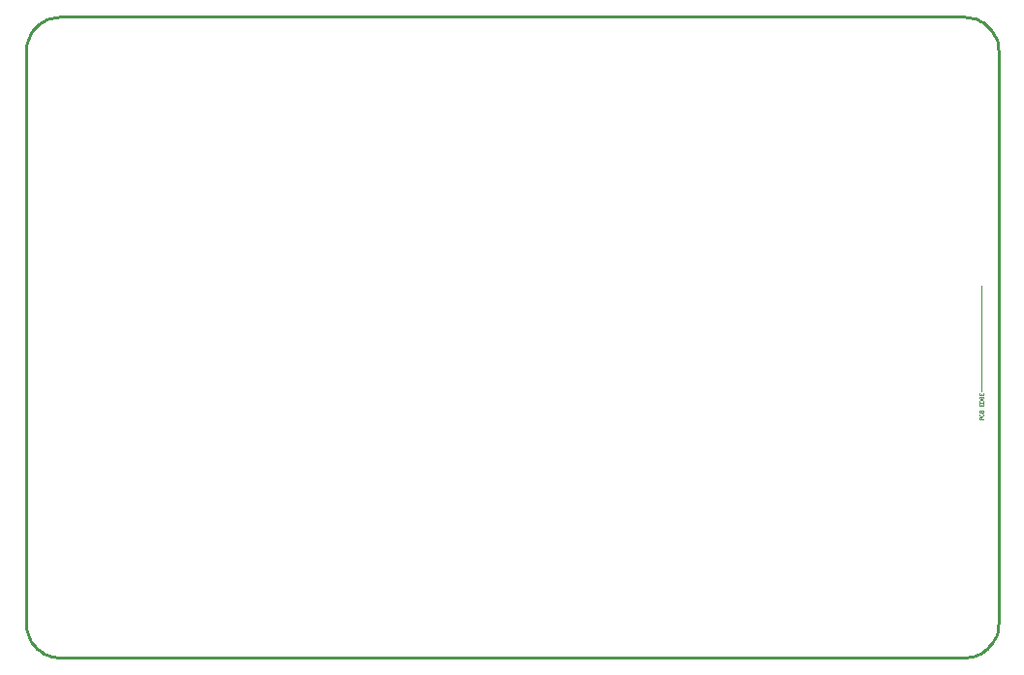
<source format=gm1>
G04*
G04 #@! TF.GenerationSoftware,Altium Limited,Altium Designer,22.11.1 (43)*
G04*
G04 Layer_Color=16711935*
%FSLAX25Y25*%
%MOIN*%
G70*
G04*
G04 #@! TF.SameCoordinates,C353F027-9E8A-41FA-9674-E24DC2C26849*
G04*
G04*
G04 #@! TF.FilePolarity,Positive*
G04*
G01*
G75*
%ADD13C,0.01000*%
%ADD79C,0.00394*%
D13*
X167323Y98425D02*
X167282Y99401D01*
X167162Y100369D01*
X166961Y101325D01*
X166683Y102260D01*
X166328Y103170D01*
X165899Y104047D01*
X165400Y104885D01*
X164832Y105680D01*
X164201Y106425D01*
X163511Y107115D01*
X162766Y107746D01*
X161972Y108313D01*
X161133Y108813D01*
X160256Y109241D01*
X159347Y109596D01*
X158411Y109875D01*
X157456Y110075D01*
X156487Y110196D01*
X155512Y110236D01*
Y-110236D02*
X156487Y-110196D01*
X157456Y-110075D01*
X158411Y-109875D01*
X159347Y-109596D01*
X160256Y-109241D01*
X161133Y-108813D01*
X161972Y-108313D01*
X162766Y-107746D01*
X163511Y-107115D01*
X164201Y-106425D01*
X164832Y-105680D01*
X165400Y-104885D01*
X165899Y-104047D01*
X166328Y-103170D01*
X166683Y-102260D01*
X166961Y-101325D01*
X167162Y-100369D01*
X167282Y-99401D01*
X167323Y-98425D01*
X-155512Y110236D02*
X-156487Y110196D01*
X-157456Y110075D01*
X-158411Y109875D01*
X-159347Y109596D01*
X-160256Y109241D01*
X-161133Y108813D01*
X-161972Y108313D01*
X-162766Y107746D01*
X-163511Y107115D01*
X-164201Y106425D01*
X-164832Y105680D01*
X-165400Y104885D01*
X-165899Y104047D01*
X-166328Y103170D01*
X-166683Y102260D01*
X-166961Y101325D01*
X-167162Y100369D01*
X-167282Y99401D01*
X-167323Y98425D01*
Y-98425D02*
X-167282Y-99401D01*
X-167162Y-100369D01*
X-166961Y-101325D01*
X-166683Y-102260D01*
X-166328Y-103170D01*
X-165899Y-104047D01*
X-165400Y-104885D01*
X-164832Y-105680D01*
X-164201Y-106425D01*
X-163511Y-107115D01*
X-162766Y-107746D01*
X-161972Y-108313D01*
X-161133Y-108813D01*
X-160256Y-109241D01*
X-159347Y-109596D01*
X-158411Y-109875D01*
X-157456Y-110075D01*
X-156487Y-110196D01*
X-155512Y-110236D01*
X155512D01*
X-155512Y110236D02*
X155512D01*
X167323Y-98425D02*
Y98425D01*
X-167323Y-98425D02*
Y98425D01*
D79*
X161614Y-18504D02*
Y17579D01*
X162008Y-28346D02*
X160827D01*
Y-27756D01*
X161024Y-27559D01*
X161417D01*
X161614Y-27756D01*
Y-28346D01*
X161024Y-26379D02*
X160827Y-26575D01*
Y-26969D01*
X161024Y-27166D01*
X161811D01*
X162008Y-26969D01*
Y-26575D01*
X161811Y-26379D01*
X160827Y-25985D02*
X162008D01*
Y-25395D01*
X161811Y-25198D01*
X161614D01*
X161417Y-25395D01*
Y-25985D01*
Y-25395D01*
X161221Y-25198D01*
X161024D01*
X160827Y-25395D01*
Y-25985D01*
Y-22836D02*
Y-23624D01*
X162008D01*
Y-22836D01*
X161417Y-23624D02*
Y-23230D01*
X160827Y-22443D02*
X162008D01*
Y-21853D01*
X161811Y-21656D01*
X161024D01*
X160827Y-21853D01*
Y-22443D01*
X161024Y-20475D02*
X160827Y-20672D01*
Y-21065D01*
X161024Y-21262D01*
X161811D01*
X162008Y-21065D01*
Y-20672D01*
X161811Y-20475D01*
X161417D01*
Y-20868D01*
X160827Y-19294D02*
Y-20081D01*
X162008D01*
Y-19294D01*
X161417Y-20081D02*
Y-19688D01*
M02*

</source>
